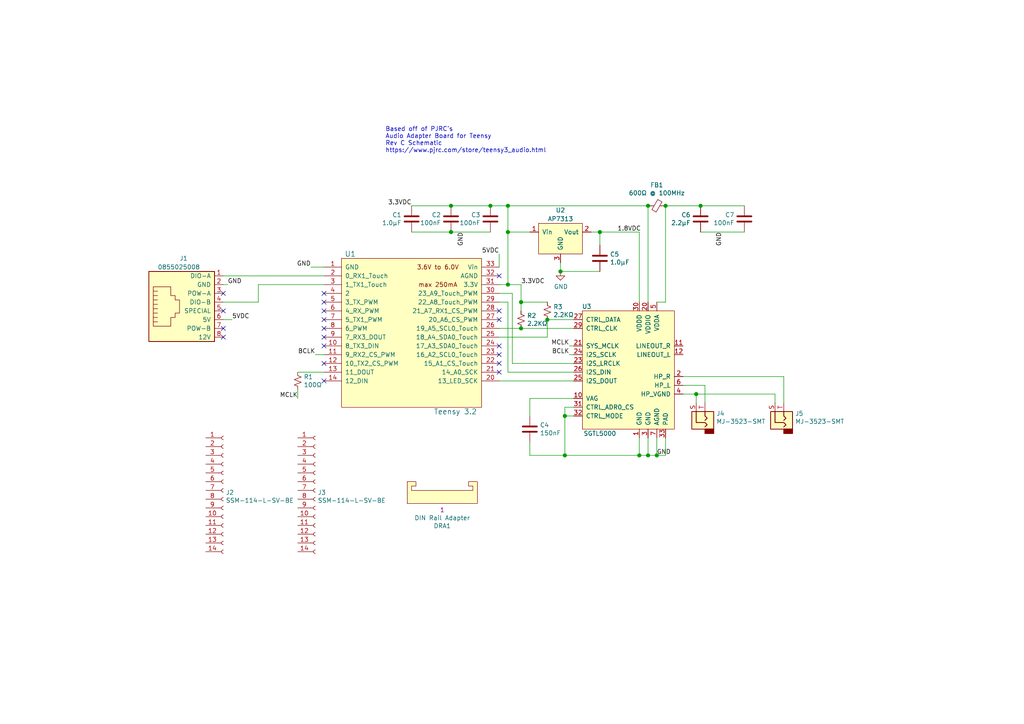
<source format=kicad_sch>
(kicad_sch (version 20210621) (generator eeschema)
  (paper "A4")
  (title_block (date "2019-11-08") (rev "1.1"))
  (lib_symbols
    (symbol "Audio_teensy-rescue:Ferrite_Bead_Small-Device" (pin_numbers hide) (pin_names (offset 0))
      (property "Reference" "FB" (at 1.905 1.27 0))
      (property "Value" "Ferrite_Bead_Small-Device" (at 1.905 -1.27 0))
      (symbol "Ferrite_Bead_Small-Device_0_1"
        (polyline (pts (xy 0 -1.27) (xy 0 -0.7874)))
        (polyline (pts (xy 0 0.889) (xy 0 1.2954)))
        (polyline (pts (xy -1.8288 0.2794) (xy -1.1176 1.4986) (xy 1.8288 -0.2032) (xy 1.1176 -1.4224) (xy -1.8288 0.2794)))
      )
      (symbol "Ferrite_Bead_Small-Device_1_1"
        (pin passive line (at 0 2.54 270) (length 1.27) (name "~") (number "1"))
        (pin passive line (at 0 -2.54 90) (length 1.27) (name "~") (number "2"))
      )
    )
    (symbol "Connector:Conn_01x14_Female" (pin_names (offset 1.016) hide)
      (property "Reference" "J" (at 0 17.78 0))
      (property "Value" "Conn_01x14_Female" (at 0 -20.32 0))
      (symbol "Conn_01x14_Female_1_1"
        (arc (start 0 -17.272) (end 0 -18.288) (radius (at 0 -17.78) (length 0.508) (angles 90.1 -90.1)) (stroke (width 0.1524)))
        (arc (start 0 -14.732) (end 0 -15.748) (radius (at 0 -15.24) (length 0.508) (angles 90.1 -90.1)) (stroke (width 0.1524)))
        (arc (start 0 -12.192) (end 0 -13.208) (radius (at 0 -12.7) (length 0.508) (angles 90.1 -90.1)) (stroke (width 0.1524)))
        (arc (start 0 -9.652) (end 0 -10.668) (radius (at 0 -10.16) (length 0.508) (angles 90.1 -90.1)) (stroke (width 0.1524)))
        (arc (start 0 -7.112) (end 0 -8.128) (radius (at 0 -7.62) (length 0.508) (angles 90.1 -90.1)) (stroke (width 0.1524)))
        (arc (start 0 -4.572) (end 0 -5.588) (radius (at 0 -5.08) (length 0.508) (angles 90.1 -90.1)) (stroke (width 0.1524)))
        (arc (start 0 -2.032) (end 0 -3.048) (radius (at 0 -2.54) (length 0.508) (angles 90.1 -90.1)) (stroke (width 0.1524)))
        (arc (start 0 0.508) (end 0 -0.508) (radius (at 0 0) (length 0.508) (angles 90.1 -90.1)) (stroke (width 0.1524)))
        (arc (start 0 3.048) (end 0 2.032) (radius (at 0 2.54) (length 0.508) (angles 90.1 -90.1)) (stroke (width 0.1524)))
        (arc (start 0 5.588) (end 0 4.572) (radius (at 0 5.08) (length 0.508) (angles 90.1 -90.1)) (stroke (width 0.1524)))
        (arc (start 0 8.128) (end 0 7.112) (radius (at 0 7.62) (length 0.508) (angles 90.1 -90.1)) (stroke (width 0.1524)))
        (arc (start 0 10.668) (end 0 9.652) (radius (at 0 10.16) (length 0.508) (angles 90.1 -90.1)) (stroke (width 0.1524)))
        (arc (start 0 13.208) (end 0 12.192) (radius (at 0 12.7) (length 0.508) (angles 90.1 -90.1)) (stroke (width 0.1524)))
        (arc (start 0 15.748) (end 0 14.732) (radius (at 0 15.24) (length 0.508) (angles 90.1 -90.1)) (stroke (width 0.1524)))
        (polyline (pts (xy -1.27 -17.78) (xy -0.508 -17.78)) (stroke (width 0.1524)))
        (polyline (pts (xy -1.27 -15.24) (xy -0.508 -15.24)) (stroke (width 0.1524)))
        (polyline (pts (xy -1.27 -12.7) (xy -0.508 -12.7)) (stroke (width 0.1524)))
        (polyline (pts (xy -1.27 -10.16) (xy -0.508 -10.16)) (stroke (width 0.1524)))
        (polyline (pts (xy -1.27 -7.62) (xy -0.508 -7.62)) (stroke (width 0.1524)))
        (polyline (pts (xy -1.27 -5.08) (xy -0.508 -5.08)) (stroke (width 0.1524)))
        (polyline (pts (xy -1.27 -2.54) (xy -0.508 -2.54)) (stroke (width 0.1524)))
        (polyline (pts (xy -1.27 0) (xy -0.508 0)) (stroke (width 0.1524)))
        (polyline (pts (xy -1.27 2.54) (xy -0.508 2.54)) (stroke (width 0.1524)))
        (polyline (pts (xy -1.27 5.08) (xy -0.508 5.08)) (stroke (width 0.1524)))
        (polyline (pts (xy -1.27 7.62) (xy -0.508 7.62)) (stroke (width 0.1524)))
        (polyline (pts (xy -1.27 10.16) (xy -0.508 10.16)) (stroke (width 0.1524)))
        (polyline (pts (xy -1.27 12.7) (xy -0.508 12.7)) (stroke (width 0.1524)))
        (polyline (pts (xy -1.27 15.24) (xy -0.508 15.24)) (stroke (width 0.1524)))
        (pin passive line (at -5.08 15.24 0) (length 3.81) (name "Pin_1") (number "1"))
        (pin passive line (at -5.08 -7.62 0) (length 3.81) (name "Pin_10") (number "10"))
        (pin passive line (at -5.08 -10.16 0) (length 3.81) (name "Pin_11") (number "11"))
        (pin passive line (at -5.08 -12.7 0) (length 3.81) (name "Pin_12") (number "12"))
        (pin passive line (at -5.08 -15.24 0) (length 3.81) (name "Pin_13") (number "13"))
        (pin passive line (at -5.08 -17.78 0) (length 3.81) (name "Pin_14") (number "14"))
        (pin passive line (at -5.08 12.7 0) (length 3.81) (name "Pin_2") (number "2"))
        (pin passive line (at -5.08 10.16 0) (length 3.81) (name "Pin_3") (number "3"))
        (pin passive line (at -5.08 7.62 0) (length 3.81) (name "Pin_4") (number "4"))
        (pin passive line (at -5.08 5.08 0) (length 3.81) (name "Pin_5") (number "5"))
        (pin passive line (at -5.08 2.54 0) (length 3.81) (name "Pin_6") (number "6"))
        (pin passive line (at -5.08 0 0) (length 3.81) (name "Pin_7") (number "7"))
        (pin passive line (at -5.08 -2.54 0) (length 3.81) (name "Pin_8") (number "8"))
        (pin passive line (at -5.08 -5.08 0) (length 3.81) (name "Pin_9") (number "9"))
      )
    )
    (symbol "Device:C" (pin_numbers hide) (pin_names (offset 0.254))
      (property "Reference" "C" (at 0.635 2.54 0))
      (property "Value" "C" (at 0.635 -2.54 0))
      (symbol "C_0_1"
        (polyline (pts (xy -2.032 -0.762) (xy 2.032 -0.762)) (stroke (width 0.508)))
        (polyline (pts (xy -2.032 0.762) (xy 2.032 0.762)) (stroke (width 0.508)))
      )
      (symbol "C_1_1"
        (pin passive line (at 0 3.81 270) (length 2.794) (name "~") (number "1"))
        (pin passive line (at 0 -3.81 90) (length 2.794) (name "~") (number "2"))
      )
    )
    (symbol "Device:R_Small_US" (pin_numbers hide) (pin_names (offset 0.254) hide)
      (property "Reference" "R" (at 0.762 0.508 0))
      (property "Value" "R_Small_US" (at 0.762 -1.016 0))
      (symbol "R_Small_US_1_1"
        (polyline (pts (xy 0 0) (xy 1.016 -0.381) (xy 0 -0.762) (xy -1.016 -1.143) (xy 0 -1.524)))
        (polyline (pts (xy 0 1.524) (xy 1.016 1.143) (xy 0 0.762) (xy -1.016 0.381) (xy 0 0)))
        (pin passive line (at 0 2.54 270) (length 1.016) (name "~") (number "1"))
        (pin passive line (at 0 -2.54 90) (length 1.016) (name "~") (number "2"))
      )
    )
    (symbol "asl_symbols:AP7313" (pin_names (offset 1.016))
      (property "Reference" "U" (at -5.08 6.35 0))
      (property "Value" "AP7313" (at 6.35 -5.08 0))
      (symbol "AP7313_0_1"
        (rectangle (start -6.35 5.08) (end 6.35 -3.81) (fill (type background)))
      )
      (symbol "AP7313_1_1"
        (pin input line (at -8.89 2.54 0) (length 2.54) (name "Vin") (number "1"))
        (pin input line (at 8.89 2.54 180) (length 2.54) (name "Vout") (number "2"))
        (pin input line (at 0 -6.35 90) (length 2.54) (name "GND") (number "3"))
      )
    )
    (symbol "asl_symbols:DIN_Rail_Adapter"
      (property "Reference" "DRA" (at 0 6.35 0))
      (property "Value" "DIN_Rail_Adapter" (at 0 3.81 0))
      (property "DNP" "1" (at 0 0 0))
      (symbol "DIN_Rail_Adapter_0_1"
        (polyline (pts (xy 10.16 2.54) (xy -10.16 2.54) (xy -10.16 -3.81) (xy -7.62 -3.81) (xy -7.62 -2.54) (xy -8.89 -2.54) (xy -8.89 -1.27) (xy 8.89 -1.27) (xy 8.89 -2.54) (xy 7.62 -2.54) (xy 7.62 -3.81) (xy 10.16 -3.81) (xy 10.16 2.54) (xy -10.16 2.54)) (fill (type background)))
      )
    )
    (symbol "asl_symbols:MonoJack"
      (property "Reference" "J" (at 0 8.89 0))
      (property "Value" "MonoJack" (at 0 6.35 0))
      (symbol "MonoJack_0_1"
        (rectangle (start -3.81 0) (end -2.54 -2.54) (stroke (width 0.254)) (fill (type outline)))
        (rectangle (start -2.54 3.81) (end 2.54 -2.54) (stroke (width 0.254)) (fill (type background)))
        (polyline (pts (xy 0 0) (xy 0.635 -0.635) (xy 1.27 0) (xy 2.54 0)) (stroke (width 0.254)))
        (polyline (pts (xy 2.54 2.54) (xy -0.635 2.54) (xy -0.635 0) (xy -1.27 -0.635) (xy -1.905 0)) (stroke (width 0.254)))
      )
      (symbol "MonoJack_1_1"
        (pin passive line (at 5.08 2.54 180) (length 2.54) (name "~") (number "S"))
        (pin passive line (at 5.08 0 180) (length 2.54) (name "~") (number "T"))
      )
    )
    (symbol "asl_symbols:RJ45_pyControl" (pin_names (offset 1.016))
      (property "Reference" "J" (at -8.89 11.43 0))
      (property "Value" "RJ45_pyControl" (at -10.16 -11.43 0))
      (symbol "RJ45_pyControl_0_1"
        (rectangle (start 8.89 10.16) (end -10.16 -10.16) (stroke (width 0.254)) (fill (type background)))
        (polyline (pts (xy -7.62 3.175) (xy -8.89 3.175)))
        (polyline (pts (xy -7.62 4.445) (xy -8.89 4.445)))
        (polyline (pts (xy -8.89 -4.445) (xy -7.62 -4.445) (xy -7.62 -4.445)))
        (polyline (pts (xy -8.89 -3.175) (xy -7.62 -3.175) (xy -7.62 -3.175)))
        (polyline (pts (xy -8.89 -1.905) (xy -7.62 -1.905) (xy -7.62 -1.905)))
        (polyline (pts (xy -8.89 -0.635) (xy -7.62 -0.635) (xy -7.62 -0.635)))
        (polyline (pts (xy -8.89 0.635) (xy -7.62 0.635) (xy -7.62 0.635)))
        (polyline (pts (xy -7.62 1.905) (xy -8.89 1.905) (xy -8.89 1.905)))
        (polyline (pts (xy -8.89 -5.715) (xy -8.89 5.715) (xy -3.81 5.715) (xy -3.81 3.175) (xy -2.54 3.175) (xy -2.54 1.905) (xy -1.27 1.905) (xy -1.27 -1.905) (xy -2.54 -1.905) (xy -2.54 -3.175) (xy -3.81 -3.175) (xy -3.81 -5.715) (xy -8.89 -5.715)))
      )
      (symbol "RJ45_pyControl_1_1"
        (pin passive line (at 11.43 -8.89 180) (length 2.54) (name "DIO-A") (number "1"))
        (pin passive line (at 11.43 -6.35 180) (length 2.54) (name "GND") (number "2"))
        (pin passive line (at 11.43 -3.81 180) (length 2.54) (name "POW-A") (number "3"))
        (pin passive line (at 11.43 -1.27 180) (length 2.54) (name "DIO-B") (number "4"))
        (pin passive line (at 11.43 1.27 180) (length 2.54) (name "SPECIAL") (number "5"))
        (pin passive line (at 11.43 3.81 180) (length 2.54) (name "5V") (number "6"))
        (pin passive line (at 11.43 6.35 180) (length 2.54) (name "POW-B") (number "7"))
        (pin passive line (at 11.43 8.89 180) (length 2.54) (name "12V") (number "8"))
      )
    )
    (symbol "asl_symbols:SGTL5000" (pin_names (offset 1.016))
      (property "Reference" "U" (at -11.43 17.78 0))
      (property "Value" "SGTL5000" (at -7.62 -19.05 0))
      (symbol "SGTL5000_0_1"
        (rectangle (start -12.7 16.51) (end 13.97 -17.78) (fill (type background)))
      )
      (symbol "SGTL5000_1_1"
        (pin input line (at 3.81 -20.32 90) (length 2.54) (name "GND") (number "1"))
        (pin input line (at -15.24 -8.89 0) (length 2.54) (name "VAG") (number "10"))
        (pin input line (at 16.51 6.35 180) (length 2.54) (name "LINEOUT_R") (number "11"))
        (pin input line (at 16.51 3.81 180) (length 2.54) (name "LINEOUT_L") (number "12"))
        (pin input line (at 16.51 -2.54 180) (length 2.54) (name "HP_R") (number "2"))
        (pin input line (at 6.35 19.05 270) (length 2.54) (name "VDDIO") (number "20"))
        (pin input line (at -15.24 6.35 0) (length 2.54) (name "SYS_MCLK") (number "21"))
        (pin input line (at -15.24 1.27 0) (length 2.54) (name "I2S_LRCLK") (number "23"))
        (pin input line (at -15.24 3.81 0) (length 2.54) (name "I2S_SCLK") (number "24"))
        (pin output line (at -15.24 -3.81 0) (length 2.54) (name "I2S_DOUT") (number "25"))
        (pin input line (at -15.24 -1.27 0) (length 2.54) (name "I2S_DIN") (number "26"))
        (pin input line (at -15.24 13.97 0) (length 2.54) (name "CTRL_DATA") (number "27"))
        (pin input line (at -15.24 11.43 0) (length 2.54) (name "CTRL_CLK") (number "29"))
        (pin input line (at 6.35 -20.32 90) (length 2.54) (name "GND") (number "3"))
        (pin input line (at 3.81 19.05 270) (length 2.54) (name "VDDD") (number "30"))
        (pin input line (at -15.24 -11.43 0) (length 2.54) (name "CTRL_ADR0_CS") (number "31"))
        (pin input line (at -15.24 -13.97 0) (length 2.54) (name "CTRL_MODE") (number "32"))
        (pin input line (at 11.43 -20.32 90) (length 2.54) (name "PAD") (number "33"))
        (pin input line (at 16.51 -7.62 180) (length 2.54) (name "HP_VGND") (number "4"))
        (pin input line (at 8.89 19.05 270) (length 2.54) (name "VDDA") (number "5"))
        (pin input line (at 16.51 -5.08 180) (length 2.54) (name "HP_L") (number "6"))
        (pin input line (at 8.89 -20.32 90) (length 2.54) (name "AGND") (number "7"))
      )
    )
    (symbol "asl_symbols:Teensy3.2_smd" (pin_names (offset 1.016))
      (property "Reference" "U" (at -19.05 25.4 0))
      (property "Value" "Teensy3.2_smd" (at 13.97 -20.32 0))
      (symbol "Teensy3.2_smd_0_0"
        (text "3.6V to 6.0V" (at 7.62 21.59 0) (effects (font (size 1.27 1.27))))
        (text "max 250mA" (at 7.62 16.51 0) (effects (font (size 1.27 1.27))))
      )
      (symbol "Teensy3.2_smd_0_1"
        (rectangle (start -20.32 -19.05) (end 20.32 24.13) (fill (type background)))
      )
      (symbol "Teensy3.2_smd_1_1"
        (pin power_in line (at -25.4 21.59 0) (length 5.08) (name "GND") (number "1"))
        (pin bidirectional line (at -25.4 -1.27 0) (length 5.08) (name "8_TX3_DIN") (number "10"))
        (pin bidirectional line (at -25.4 -3.81 0) (length 5.08) (name "9_RX2_CS_PWM") (number "11"))
        (pin bidirectional line (at -25.4 -6.35 0) (length 5.08) (name "10_TX2_CS_PWM") (number "12"))
        (pin bidirectional line (at -25.4 -8.89 0) (length 5.08) (name "11_DOUT") (number "13"))
        (pin bidirectional line (at -25.4 -11.43 0) (length 5.08) (name "12_DIN") (number "14"))
        (pin bidirectional line (at -25.4 19.05 0) (length 5.08) (name "0_RX1_Touch") (number "2"))
        (pin bidirectional line (at 25.4 -11.43 180) (length 5.08) (name "13_LED_SCK") (number "20"))
        (pin bidirectional line (at 25.4 -8.89 180) (length 5.08) (name "14_A0_SCK") (number "21"))
        (pin bidirectional line (at 25.4 -6.35 180) (length 5.08) (name "15_A1_CS_Touch") (number "22"))
        (pin bidirectional line (at 25.4 -3.81 180) (length 5.08) (name "16_A2_SCL0_Touch") (number "23"))
        (pin bidirectional line (at 25.4 -1.27 180) (length 5.08) (name "17_A3_SDA0_Touch") (number "24"))
        (pin bidirectional line (at 25.4 1.27 180) (length 5.08) (name "18_A4_SDA0_Touch") (number "25"))
        (pin bidirectional line (at 25.4 3.81 180) (length 5.08) (name "19_A5_SCL0_Touch") (number "26"))
        (pin bidirectional line (at 25.4 6.35 180) (length 5.08) (name "20_A6_CS_PWM") (number "27"))
        (pin bidirectional line (at 25.4 8.89 180) (length 5.08) (name "21_A7_RX1_CS_PWM") (number "28"))
        (pin bidirectional line (at 25.4 11.43 180) (length 5.08) (name "22_A8_Touch_PWM") (number "29"))
        (pin bidirectional line (at -25.4 16.51 0) (length 5.08) (name "1_TX1_Touch") (number "3"))
        (pin bidirectional line (at 25.4 13.97 180) (length 5.08) (name "23_A9_Touch_PWM") (number "30"))
        (pin power_out line (at 25.4 16.51 180) (length 5.08) (name "3.3V") (number "31"))
        (pin power_out line (at 25.4 19.05 180) (length 5.08) (name "AGND") (number "32"))
        (pin power_in line (at 25.4 21.59 180) (length 5.08) (name "Vin") (number "33"))
        (pin bidirectional line (at -25.4 13.97 0) (length 5.08) (name "2") (number "4"))
        (pin bidirectional line (at -25.4 11.43 0) (length 5.08) (name "3_TX_PWM") (number "5"))
        (pin bidirectional line (at -25.4 8.89 0) (length 5.08) (name "4_RX_PWM") (number "6"))
        (pin bidirectional line (at -25.4 6.35 0) (length 5.08) (name "5_TX1_PWM") (number "7"))
        (pin bidirectional line (at -25.4 3.81 0) (length 5.08) (name "6_PWM") (number "8"))
        (pin bidirectional line (at -25.4 1.27 0) (length 5.08) (name "7_RX3_DOUT") (number "9"))
      )
    )
    (symbol "power:GND" (power) (pin_names (offset 0))
      (property "Value" "GND" (at 0 -3.81 0))
      (symbol "GND_0_1"
        (polyline (pts (xy 0 0) (xy 0 -1.27) (xy 1.27 -1.27) (xy 0 -2.54) (xy -1.27 -1.27) (xy 0 -1.27)))
      )
      (symbol "GND_1_1"
        (pin power_in line (at 0 0 270) (length 0) hide (name "GND") (number "1"))
      )
    )
  )
  (junction (at 130.81 59.69) (diameter 1.016))
  (junction (at 130.81 67.31) (diameter 1.016))
  (junction (at 142.24 59.69) (diameter 1.016))
  (junction (at 147.32 59.69) (diameter 1.016))
  (junction (at 147.32 67.31) (diameter 1.016))
  (junction (at 147.32 82.55) (diameter 1.016))
  (junction (at 151.13 87.63) (diameter 1.016))
  (junction (at 151.13 95.25) (diameter 1.016))
  (junction (at 158.75 92.71) (diameter 1.016))
  (junction (at 162.56 78.74) (diameter 1.016))
  (junction (at 163.83 120.65) (diameter 1.016))
  (junction (at 163.83 132.08) (diameter 1.016))
  (junction (at 173.99 67.31) (diameter 1.016))
  (junction (at 185.42 132.08) (diameter 1.016))
  (junction (at 187.96 59.69) (diameter 1.016))
  (junction (at 187.96 132.08) (diameter 1.016))
  (junction (at 190.5 132.08) (diameter 1.016))
  (junction (at 193.04 59.69) (diameter 1.016))
  (junction (at 201.93 114.3) (diameter 1.016))
  (junction (at 203.2 59.69) (diameter 1.016))
  (no_connect (at 64.77 85.09))
  (no_connect (at 64.77 90.17))
  (no_connect (at 64.77 95.25))
  (no_connect (at 64.77 97.79))
  (no_connect (at 93.98 85.09))
  (no_connect (at 93.98 87.63))
  (no_connect (at 93.98 90.17))
  (no_connect (at 93.98 92.71))
  (no_connect (at 93.98 95.25))
  (no_connect (at 93.98 97.79))
  (no_connect (at 93.98 100.33))
  (no_connect (at 93.98 105.41))
  (no_connect (at 93.98 110.49))
  (no_connect (at 144.78 80.01))
  (no_connect (at 144.78 90.17))
  (no_connect (at 144.78 92.71))
  (no_connect (at 144.78 100.33))
  (no_connect (at 144.78 102.87))
  (no_connect (at 144.78 105.41))
  (no_connect (at 144.78 107.95))
  (wire (pts (xy 64.77 80.01) (xy 93.98 80.01)))
  (wire (pts (xy 64.77 82.55) (xy 66.04 82.55)))
  (wire (pts (xy 64.77 87.63) (xy 74.93 87.63)))
  (wire (pts (xy 64.77 92.71) (xy 67.31 92.71)))
  (wire (pts (xy 74.93 82.55) (xy 93.98 82.55)))
  (wire (pts (xy 74.93 87.63) (xy 74.93 82.55)))
  (wire (pts (xy 86.36 107.95) (xy 93.98 107.95)))
  (wire (pts (xy 86.36 113.03) (xy 86.36 115.57)))
  (wire (pts (xy 93.98 77.47) (xy 90.17 77.47)))
  (wire (pts (xy 93.98 102.87) (xy 91.44 102.87)))
  (wire (pts (xy 119.38 59.69) (xy 130.81 59.69)))
  (wire (pts (xy 130.81 59.69) (xy 142.24 59.69)))
  (wire (pts (xy 130.81 67.31) (xy 119.38 67.31)))
  (wire (pts (xy 142.24 59.69) (xy 147.32 59.69)))
  (wire (pts (xy 142.24 67.31) (xy 130.81 67.31)))
  (wire (pts (xy 144.78 77.47) (xy 144.78 73.66)))
  (wire (pts (xy 144.78 82.55) (xy 147.32 82.55)))
  (wire (pts (xy 144.78 85.09) (xy 148.59 85.09)))
  (wire (pts (xy 144.78 87.63) (xy 147.32 87.63)))
  (wire (pts (xy 144.78 97.79) (xy 158.75 97.79)))
  (wire (pts (xy 144.78 110.49) (xy 166.37 110.49)))
  (wire (pts (xy 147.32 59.69) (xy 187.96 59.69)))
  (wire (pts (xy 147.32 67.31) (xy 147.32 59.69)))
  (wire (pts (xy 147.32 67.31) (xy 153.67 67.31)))
  (wire (pts (xy 147.32 82.55) (xy 147.32 67.31)))
  (wire (pts (xy 147.32 87.63) (xy 147.32 107.95)))
  (wire (pts (xy 147.32 107.95) (xy 166.37 107.95)))
  (wire (pts (xy 148.59 85.09) (xy 148.59 105.41)))
  (wire (pts (xy 148.59 105.41) (xy 166.37 105.41)))
  (wire (pts (xy 151.13 82.55) (xy 147.32 82.55)))
  (wire (pts (xy 151.13 87.63) (xy 151.13 82.55)))
  (wire (pts (xy 151.13 87.63) (xy 158.75 87.63)))
  (wire (pts (xy 151.13 90.17) (xy 151.13 87.63)))
  (wire (pts (xy 151.13 95.25) (xy 144.78 95.25)))
  (wire (pts (xy 153.67 115.57) (xy 153.67 120.65)))
  (wire (pts (xy 153.67 128.27) (xy 153.67 132.08)))
  (wire (pts (xy 153.67 132.08) (xy 163.83 132.08)))
  (wire (pts (xy 158.75 92.71) (xy 166.37 92.71)))
  (wire (pts (xy 158.75 97.79) (xy 158.75 92.71)))
  (wire (pts (xy 162.56 78.74) (xy 162.56 76.2)))
  (wire (pts (xy 163.83 118.11) (xy 163.83 120.65)))
  (wire (pts (xy 163.83 120.65) (xy 163.83 132.08)))
  (wire (pts (xy 166.37 95.25) (xy 151.13 95.25)))
  (wire (pts (xy 166.37 100.33) (xy 165.1 100.33)))
  (wire (pts (xy 166.37 102.87) (xy 165.1 102.87)))
  (wire (pts (xy 166.37 115.57) (xy 153.67 115.57)))
  (wire (pts (xy 166.37 118.11) (xy 163.83 118.11)))
  (wire (pts (xy 166.37 120.65) (xy 163.83 120.65)))
  (wire (pts (xy 171.45 67.31) (xy 173.99 67.31)))
  (wire (pts (xy 173.99 67.31) (xy 185.42 67.31)))
  (wire (pts (xy 173.99 71.12) (xy 173.99 67.31)))
  (wire (pts (xy 173.99 78.74) (xy 162.56 78.74)))
  (wire (pts (xy 185.42 67.31) (xy 185.42 87.63)))
  (wire (pts (xy 185.42 127) (xy 185.42 132.08)))
  (wire (pts (xy 185.42 132.08) (xy 163.83 132.08)))
  (wire (pts (xy 185.42 132.08) (xy 187.96 132.08)))
  (wire (pts (xy 187.96 59.69) (xy 187.96 87.63)))
  (wire (pts (xy 187.96 132.08) (xy 187.96 127)))
  (wire (pts (xy 187.96 132.08) (xy 190.5 132.08)))
  (wire (pts (xy 190.5 132.08) (xy 190.5 127)))
  (wire (pts (xy 193.04 59.69) (xy 193.04 87.63)))
  (wire (pts (xy 193.04 59.69) (xy 203.2 59.69)))
  (wire (pts (xy 193.04 87.63) (xy 190.5 87.63)))
  (wire (pts (xy 193.04 127) (xy 193.04 132.08)))
  (wire (pts (xy 193.04 132.08) (xy 190.5 132.08)))
  (wire (pts (xy 201.93 114.3) (xy 198.12 114.3)))
  (wire (pts (xy 201.93 116.84) (xy 201.93 114.3)))
  (wire (pts (xy 203.2 67.31) (xy 215.9 67.31)))
  (wire (pts (xy 204.47 111.76) (xy 198.12 111.76)))
  (wire (pts (xy 204.47 116.84) (xy 204.47 111.76)))
  (wire (pts (xy 215.9 59.69) (xy 203.2 59.69)))
  (wire (pts (xy 224.79 114.3) (xy 201.93 114.3)))
  (wire (pts (xy 224.79 116.84) (xy 224.79 114.3)))
  (wire (pts (xy 227.33 109.22) (xy 198.12 109.22)))
  (wire (pts (xy 227.33 116.84) (xy 227.33 109.22)))
  (text "Based off of PJRC’s \nAudio Adapter Board for Teensy\nRev C Schematic\nhttps://www.pjrc.com/store/teensy3_audio.html" (at 111.76 44.45 0) (effects (font (size 1.27 1.27)) (justify left bottom)))
  (label "GND" (at 66.04 82.55 0))
  (label "5VDC" (at 67.31 92.71 0))
  (label "MCLK" (at 86.36 115.57 180))
  (label "GND" (at 90.17 77.47 180))
  (label "BCLK" (at 91.44 102.87 180))
  (label "3.3VDC" (at 119.38 59.69 180))
  (label "GND" (at 134.62 67.31 270))
  (label "5VDC" (at 144.78 73.66 180))
  (label "3.3VDC" (at 151.13 82.55 0))
  (label "MCLK" (at 165.1 100.33 180))
  (label "BCLK" (at 165.1 102.87 180))
  (label "1.8VDC" (at 179.07 67.31 0))
  (label "GND" (at 190.5 132.08 0))
  (label "GND" (at 209.55 67.31 270))
  (symbol (lib_id "power:GND") (at 162.56 78.74 0) (unit 1)
    (property "Reference" "#PWR01" (effects hide))
    (property "Value" "GND" (at 162.687 83.1342 0))
  )
  (symbol (lib_id "Device:R_Small_US") (at 86.36 110.49 0) (unit 1)
    (property "Reference" "R1" (at 88.0872 109.3216 0) (effects (justify left)))
    (property "Value" "100Ω" (at 88.0872 111.633 0) (effects (justify left)))
    (property "Footprint" "Resistor_SMD:R_0603_1608Metric" (effects hide))
    (property "Datasheet" "https://www.digikey.com/products/en?keywords=311-100HRCT-ND" (effects hide))
  )
  (symbol (lib_id "Device:R_Small_US") (at 151.13 92.71 0) (unit 1)
    (property "Reference" "R2" (at 152.8572 91.5416 0) (effects (justify left)))
    (property "Value" "2.2KΩ" (at 152.8572 93.853 0) (effects (justify left)))
    (property "Footprint" "Resistor_SMD:R_0603_1608Metric" (effects hide))
    (property "Datasheet" "https://www.digikey.com/products/en?keywords=A130093CT-ND" (effects hide))
  )
  (symbol (lib_id "Device:R_Small_US") (at 158.75 90.17 0) (unit 1)
    (property "Reference" "R3" (at 160.4772 89.0016 0) (effects (justify left)))
    (property "Value" "2.2KΩ" (at 160.4772 91.313 0) (effects (justify left)))
    (property "Footprint" "Resistor_SMD:R_0603_1608Metric" (effects hide))
    (property "Datasheet" "https://www.digikey.com/products/en?keywords=A130093CT-ND" (effects hide))
  )
  (symbol (lib_id "Audio_teensy-rescue:Ferrite_Bead_Small-Device") (at 190.5 59.69 270) (unit 1)
    (property "Reference" "FB1" (at 190.5 53.6702 90))
    (property "Value" "600Ω @ 100MHz" (at 190.5 55.9816 90))
    (property "Footprint" "Capacitor_SMD:C_0603_1608Metric" (effects hide))
    (property "Datasheet" "https://www.digikey.com/products/en?keywords=445-2166-1-ND" (effects hide))
    (property "Description" "0603 Ferrite Bead" (effects hide))
  )
  (symbol (lib_id "Device:C") (at 119.38 63.5 0) (mirror x) (unit 1)
    (property "Reference" "C1" (at 116.459 62.3316 0) (effects (justify right)))
    (property "Value" "1.0µF" (at 116.459 64.643 0) (effects (justify right)))
    (property "Footprint" "Capacitor_SMD:C_0603_1608Metric" (effects hide))
    (property "Datasheet" "https://www.digikey.com/products/en?keywords=1276-6524-1-ND" (effects hide))
  )
  (symbol (lib_id "Device:C") (at 130.81 63.5 0) (mirror x) (unit 1)
    (property "Reference" "C2" (at 127.9144 62.3316 0) (effects (justify right)))
    (property "Value" "100nF" (at 127.9144 64.643 0) (effects (justify right)))
    (property "Footprint" "Capacitor_SMD:C_0603_1608Metric" (effects hide))
    (property "Datasheet" "https://www.digikey.com/products/en?keywords=1276-1258-1-ND" (effects hide))
  )
  (symbol (lib_id "Device:C") (at 142.24 63.5 0) (mirror x) (unit 1)
    (property "Reference" "C3" (at 139.3444 62.3316 0) (effects (justify right)))
    (property "Value" "100nF" (at 139.3444 64.643 0) (effects (justify right)))
    (property "Footprint" "Capacitor_SMD:C_0603_1608Metric" (effects hide))
    (property "Datasheet" "https://www.digikey.com/products/en?keywords=1276-1258-1-ND" (effects hide))
  )
  (symbol (lib_id "Device:C") (at 153.67 124.46 0) (unit 1)
    (property "Reference" "C4" (at 156.591 123.2916 0) (effects (justify left)))
    (property "Value" "150nF" (at 156.591 125.603 0) (effects (justify left)))
    (property "Footprint" "Capacitor_SMD:C_0603_1608Metric" (effects hide))
    (property "Datasheet" "https://www.digikey.com/product-detail/en/kemet/C0603C154K8RACTU/399-7862-1-ND/3471585" (effects hide))
  )
  (symbol (lib_id "Device:C") (at 173.99 74.93 0) (unit 1)
    (property "Reference" "C5" (at 176.911 73.7616 0) (effects (justify left)))
    (property "Value" "1.0µF" (at 176.911 76.073 0) (effects (justify left)))
    (property "Footprint" "Capacitor_SMD:C_0603_1608Metric" (effects hide))
    (property "Datasheet" "https://www.digikey.com/products/en?keywords=1276-6524-1-ND" (effects hide))
  )
  (symbol (lib_id "Device:C") (at 203.2 63.5 0) (mirror x) (unit 1)
    (property "Reference" "C6" (at 200.3044 62.3316 0) (effects (justify right)))
    (property "Value" "2.2µF" (at 200.3044 64.643 0) (effects (justify right)))
    (property "Footprint" "Capacitor_SMD:C_0603_1608Metric" (effects hide))
    (property "Datasheet" "https://www.digikey.com/products/en?keywords=1276-1040-1-ND" (effects hide))
  )
  (symbol (lib_id "Device:C") (at 215.9 63.5 0) (mirror x) (unit 1)
    (property "Reference" "C7" (at 213.0044 62.3316 0) (effects (justify right)))
    (property "Value" "100nF" (at 213.0044 64.643 0) (effects (justify right)))
    (property "Footprint" "Capacitor_SMD:C_0603_1608Metric" (effects hide))
    (property "Datasheet" "https://www.digikey.com/products/en?keywords=1276-1258-1-ND" (effects hide))
  )
  (symbol (lib_id "asl_symbols:MonoJack") (at 204.47 121.92 90) (unit 1)
    (property "Reference" "J4" (at 207.772 119.9388 90) (effects (justify right)))
    (property "Value" "MJ-3523-SMT" (at 207.772 122.2502 90) (effects (justify right)))
    (property "Footprint" "asl_footprints:MonoJack" (effects hide))
    (property "Datasheet" "https://www.digikey.com/products/en?keywords=CP-3523MJCT-ND" (effects hide))
    (property "Description" "Mono Audio Jack" (effects hide))
  )
  (symbol (lib_id "asl_symbols:MonoJack") (at 227.33 121.92 90) (unit 1)
    (property "Reference" "J5" (at 230.632 119.9388 90) (effects (justify right)))
    (property "Value" "MJ-3523-SMT" (at 230.632 122.2502 90) (effects (justify right)))
    (property "Footprint" "asl_footprints:MonoJack" (effects hide))
    (property "Datasheet" "https://www.digikey.com/products/en?keywords=CP-3523MJCT-ND" (effects hide))
    (property "Description" "Mono Audio Jack" (effects hide))
  )
  (symbol (lib_id "asl_symbols:DIN_Rail_Adapter") (at 128.27 143.51 180) (unit 1)
    (property "Reference" "DRA1" (at 128.27 152.527 0))
    (property "Value" "DIN Rail Adapter" (at 128.27 150.2156 0))
    (property "Footprint" "asl_footprints:DIN_Clip" (effects hide))
    (property "DNP" "1" (at 128.27 147.9042 0))
  )
  (symbol (lib_id "Connector:Conn_01x14_Female") (at 64.77 142.24 0) (unit 1)
    (property "Reference" "J2" (at 65.4812 142.8496 0) (effects (justify left)))
    (property "Value" "SSM-114-L-SV-BE" (at 65.4812 145.161 0) (effects (justify left)))
    (property "Footprint" "Connector_PinHeader_2.54mm:PinHeader_1x14_P2.54mm_Vertical_SMD_Pin1Left" (effects hide))
    (property "Datasheet" "https://www.digikey.com/products/en?keywords=SSM-114-L-SV-BE-ND" (effects hide))
    (property "Description" "14pin Female Header" (effects hide))
  )
  (symbol (lib_id "Connector:Conn_01x14_Female") (at 91.44 142.24 0) (unit 1)
    (property "Reference" "J3" (at 92.1512 142.8496 0) (effects (justify left)))
    (property "Value" "SSM-114-L-SV-BE" (at 92.1512 145.161 0) (effects (justify left)))
    (property "Footprint" "Connector_PinHeader_2.54mm:PinHeader_1x14_P2.54mm_Vertical_SMD_Pin1Left" (effects hide))
    (property "Datasheet" "https://www.digikey.com/products/en?keywords=SSM-114-L-SV-BE-ND" (effects hide))
    (property "Description" "14pin Female Header" (effects hide))
  )
  (symbol (lib_id "asl_symbols:AP7313") (at 162.56 69.85 0) (unit 1)
    (property "Reference" "U2" (at 162.56 60.96 0))
    (property "Value" "AP7313" (at 162.56 63.5 0))
    (property "Footprint" "Package_TO_SOT_SMD:TSOT-23" (effects hide))
    (property "Datasheet" "https://www.digikey.com/product-detail/en/diodes-incorporated/AP7313-18SAG-7/AP7313-18SAG-7DICT-ND/2270838" (effects hide))
    (property "Description" "1.8V LDO Regulator" (effects hide))
  )
  (symbol (lib_id "asl_symbols:RJ45_pyControl") (at 53.34 88.9 0) (mirror x) (unit 1)
    (property "Reference" "J1" (at 52.07 74.93 0) (effects (justify left)))
    (property "Value" "0855025008" (at 45.72 77.47 0) (effects (justify left)))
    (property "Footprint" "asl_footprints:RJ45_SMD" (effects hide))
    (property "Datasheet" "https://www.digikey.com/products/en?keywords=WM3547CT-ND" (effects hide))
    (property "Description" "RJ45 Jack" (effects hide))
  )
  (symbol (lib_id "asl_symbols:SGTL5000") (at 181.61 106.68 0) (unit 1)
    (property "Reference" "U3" (at 170.18 88.9 0))
    (property "Value" "SGTL5000" (at 173.99 125.73 0))
    (property "Footprint" "Package_DFN_QFN:QFN-32-1EP_5x5mm_P0.5mm_EP3.1x3.1mm" (effects hide))
    (property "Datasheet" "https://www.digikey.com/products/en?keywords=SGTL5000XNAA3R2CT-ND" (effects hide))
    (property "Description" "Codec IC" (effects hide))
  )
  (symbol (lib_id "asl_symbols:Teensy3.2_smd") (at 119.38 99.06 0) (unit 1)
    (property "Reference" "U1" (at 101.6 73.66 0) (effects (font (size 1.524 1.524))))
    (property "Value" "Teensy 3.2" (at 132.08 119.38 0) (effects (font (size 1.524 1.524))))
    (property "Footprint" "asl_footprints:Teensy30_31_32_LC_SMD" (effects hide))
    (property "Datasheet" "https://www.pjrc.com/teensy/teensy31.html" (effects hide))
    (property "DNP" "1" (effects hide))
  )
)
</source>
